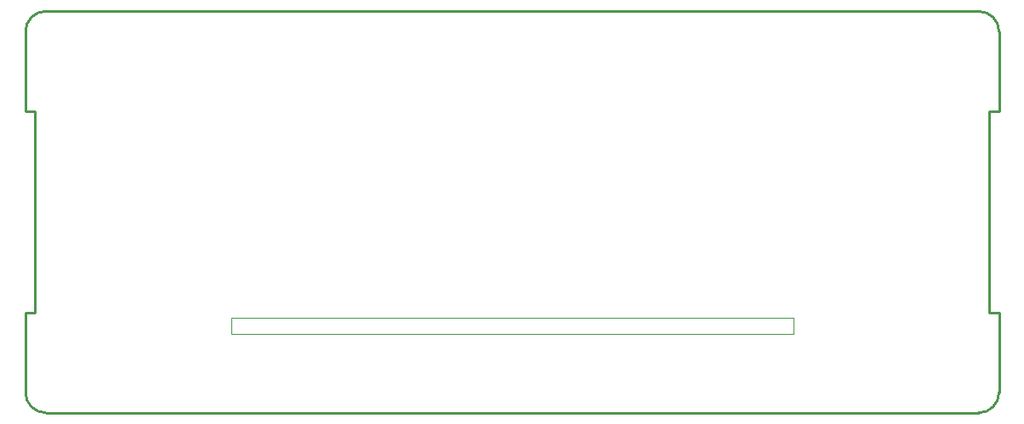
<source format=gm1>
G04*
G04 #@! TF.GenerationSoftware,Altium Limited,Altium Designer,23.0.1 (38)*
G04*
G04 Layer_Color=16711935*
%FSLAX25Y25*%
%MOIN*%
G70*
G04*
G04 #@! TF.SameCoordinates,FEFC64D0-FB10-4D50-9D40-DAED1BB74A73*
G04*
G04*
G04 #@! TF.FilePolarity,Positive*
G04*
G01*
G75*
%ADD11C,0.00900*%
%ADD12C,0.00197*%
D11*
X481429Y249342D02*
G03*
X473555Y257217I-7874J0D01*
G01*
X473555Y99736D02*
G03*
X481429Y107610I0J7874D01*
G01*
X107807Y257217D02*
G03*
X99933Y249342I0J-7874D01*
G01*
X99933Y107610D02*
G03*
X107807Y99736I7874J0D01*
G01*
X481429Y217846D02*
Y249342D01*
X481429Y107610D02*
Y139106D01*
X477689Y217846D02*
X481429D01*
X477689Y139106D02*
X481429D01*
X477689D02*
Y217846D01*
X456035Y99736D02*
X473555D01*
X107807Y257217D02*
X473555Y257217D01*
X107807Y99736D02*
X456035D01*
X103673Y139106D02*
Y217846D01*
X99933D02*
X103673D01*
X99933Y139106D02*
X103673D01*
X99933Y217846D02*
Y249342D01*
X99933Y107610D02*
Y139106D01*
D12*
X180445Y137100D02*
X400917D01*
X180445Y130801D02*
X400917D01*
Y137100D01*
X180445Y130801D02*
Y137100D01*
M02*

</source>
